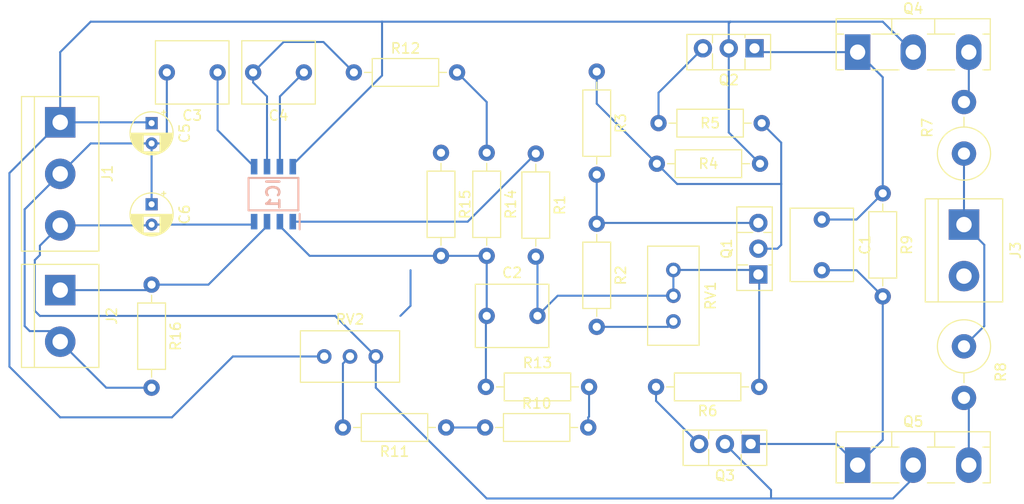
<source format=kicad_pcb>
(kicad_pcb (version 20240108) (generator "pcbnew") (generator_version "8.0")
  (layers (0 "F.Cu" signal) (31 "B.Cu" signal) (34 "B.Paste" user) (35 "F.Paste" user) (36 "B.SilkS" user "B.Silkscreen") (37 "F.SilkS" user "F.Silkscreen") (38 "B.Mask" user) (39 "F.Mask" user) (44 "Edge.Cuts" user))
  (net 0 "")
  (net 1 "Net-(Q3-E)")
  (net 2 "Net-(Q2-E)")
  (net 3 "Net-(Q1-E)")
  (net 4 "/NFB")
  (net 5 "Net-(IC1B-+)")
  (net 6 "GND")
  (net 7 "Net-(C4-Pad1)")
  (net 8 "Net-(IC1B--)")
  (net 9 "+V")
  (net 10 "-V")
  (net 11 "/IN")
  (net 12 "Net-(IC1-Pad1)")
  (net 13 "/OUT")
  (net 14 "Net-(Q1-B)")
  (net 15 "Net-(Q1-C)")
  (net 16 "Net-(Q2-B)")
  (net 17 "Net-(Q3-B)")
  (net 18 "Net-(Q4-E)")
  (net 19 "Net-(Q5-E)")
  (net 20 "Net-(R2-Pad2)")
  (net 21 "Net-(R11-Pad2)")
  (footprint "Potentiometer_THT:Potentiometer_Bourns_3296W_Vertical" (layer "F.Cu") (at 139.385 67.55 -90)
    (property "Reference" "RV1" (at -2.54 -3.66 90) (layer "F.SilkS"))
    (property "Value" "100")
    (pad "1" thru_hole circle (at 0 0 270) (size 1.44 1.44) (drill 0.8) (layers "*.Cu" "*.Mask") (net 20 "Net-(R2-Pad2)"))
    (pad "2" thru_hole circle (at -2.54 0 270) (size 1.44 1.44) (drill 0.8) (layers "*.Cu" "*.Mask") (net 3 "Net-(Q1-E)"))
    (pad "3" thru_hole circle (at -5.08 0 270) (size 1.44 1.44) (drill 0.8) (layers "*.Cu" "*.Mask") (net 3 "Net-(Q1-E)"))
  )
  (footprint "Package_TO_SOT_THT:TO-126-3_Vertical" (layer "F.Cu") (at 147 79.625 180)
    (property "Reference" "Q3" (at 2.54 -3.12 180) (layer "F.SilkS"))
    (property "Value" "BD140")
    (pad "1" thru_hole rect (at 0 0 180) (size 1.8 1.8) (drill 1) (layers "*.Cu" "*.Mask") (net 1 "Net-(Q3-E)"))
    (pad "2" thru_hole oval (at 2.54 0 180) (size 1.8 1.8) (drill 1) (layers "*.Cu" "*.Mask") (net 10 "-V"))
    (pad "3" thru_hole oval (at 5.08 0 180) (size 1.8 1.8) (drill 1) (layers "*.Cu" "*.Mask") (net 17 "Net-(Q3-B)"))
  )
  (footprint "Resistor_THT:R_Axial_DIN0207_L6.3mm_D2.5mm_P10.16mm_Horizontal" (layer "F.Cu") (at 147.835 74 180)
    (property "Reference" "R6" (at 5.08 -2.37 180) (layer "F.SilkS"))
    (property "Value" "120")
    (pad "1" thru_hole circle (at 0 0 180) (size 1.6 1.6) (drill 0.8) (layers "*.Cu" "*.Mask") (net 3 "Net-(Q1-E)"))
    (pad "2" thru_hole oval (at 10.16 0 180) (size 1.6 1.6) (drill 0.8) (layers "*.Cu" "*.Mask") (net 17 "Net-(Q3-B)"))
  )
  (footprint "Resistor_THT:R_Axial_DIN0207_L6.3mm_D2.5mm_P10.16mm_Horizontal" (layer "F.Cu") (at 125.835 51 -90)
    (property "Reference" "R1" (at 5.08 -2.37 90) (layer "F.SilkS"))
    (property "Value" "0")
    (pad "1" thru_hole circle (at 0 0 270) (size 1.6 1.6) (drill 0.8) (layers "*.Cu" "*.Mask") (net 12 "Net-(IC1-Pad1)"))
    (pad "2" thru_hole oval (at 10.16 0 270) (size 1.6 1.6) (drill 0.8) (layers "*.Cu" "*.Mask") (net 3 "Net-(Q1-E)"))
  )
  (footprint "Resistor_THT:R_Axial_DIN0516_L15.5mm_D5.0mm_P5.08mm_Vertical" (layer "F.Cu") (at 168 51 90)
    (property "Reference" "R7" (at 2.54 -3.62 270) (layer "F.SilkS"))
    (property "Value" "0.1 5W")
    (pad "1" thru_hole circle (at 0 0 90) (size 2.4 2.4) (drill 1.2) (layers "*.Cu" "*.Mask") (net 13 "/OUT"))
    (pad "2" thru_hole oval (at 5.08 0 90) (size 2.4 2.4) (drill 1.2) (layers "*.Cu" "*.Mask") (net 18 "Net-(Q4-E)"))
  )
  (footprint "Resistor_THT:R_Axial_DIN0207_L6.3mm_D2.5mm_P10.16mm_Horizontal" (layer "F.Cu") (at 131.835 42.92 -90)
    (property "Reference" "R3" (at 5.08 -2.37 90) (layer "F.SilkS"))
    (property "Value" "470")
    (pad "1" thru_hole circle (at 0 0 270) (size 1.6 1.6) (drill 0.8) (layers "*.Cu" "*.Mask") (net 15 "Net-(Q1-C)"))
    (pad "2" thru_hole oval (at 10.16 0 270) (size 1.6 1.6) (drill 0.8) (layers "*.Cu" "*.Mask") (net 14 "Net-(Q1-B)"))
  )
  (footprint "Resistor_THT:R_Axial_DIN0207_L6.3mm_D2.5mm_P10.16mm_Horizontal" (layer "F.Cu") (at 148.08 48 180)
    (property "Reference" "R5" (at 5.08 0 180) (layer "F.SilkS"))
    (property "Value" "120")
    (pad "1" thru_hole circle (at 0 0 180) (size 1.6 1.6) (drill 0.8) (layers "*.Cu" "*.Mask") (net 15 "Net-(Q1-C)"))
    (pad "2" thru_hole oval (at 10.16 0 180) (size 1.6 1.6) (drill 0.8) (layers "*.Cu" "*.Mask") (net 16 "Net-(Q2-B)"))
  )
  (footprint "Resistor_THT:R_Axial_DIN0516_L15.5mm_D5.0mm_P5.08mm_Vertical" (layer "F.Cu") (at 168 70 -90)
    (property "Reference" "R8" (at 2.54 -3.62 90) (layer "F.SilkS"))
    (property "Value" "0.1 5W")
    (pad "1" thru_hole circle (at 0 0 270) (size 2.4 2.4) (drill 1.2) (layers "*.Cu" "*.Mask") (net 13 "/OUT"))
    (pad "2" thru_hole oval (at 5.08 0 270) (size 2.4 2.4) (drill 1.2) (layers "*.Cu" "*.Mask") (net 19 "Net-(Q5-E)"))
  )
  (footprint "Package_TO_SOT_THT:TO-126-3_Vertical" (layer "F.Cu") (at 147.75 62.915 90)
    (property "Reference" "Q1" (at 2.54 -3.12 270) (layer "F.SilkS"))
    (property "Value" "BD139")
    (pad "1" thru_hole rect (at 0 0 90) (size 1.8 1.8) (drill 1) (layers "*.Cu" "*.Mask") (net 3 "Net-(Q1-E)"))
    (pad "2" thru_hole oval (at 2.54 0 90) (size 1.8 1.8) (drill 1) (layers "*.Cu" "*.Mask") (net 15 "Net-(Q1-C)"))
    (pad "3" thru_hole oval (at 5.08 0 90) (size 1.8 1.8) (drill 1) (layers "*.Cu" "*.Mask") (net 14 "Net-(Q1-B)"))
  )
  (footprint "Resistor_THT:R_Axial_DIN0207_L6.3mm_D2.5mm_P10.16mm_Horizontal" (layer "F.Cu") (at 117 78 180)
    (property "Reference" "R11" (at 5.08 -2.37 180) (layer "F.SilkS"))
    (property "Value" "R")
    (pad "1" thru_hole circle (at 0 0 180) (size 1.6 1.6) (drill 0.8) (layers "*.Cu" "*.Mask") (net 5 "Net-(IC1B-+)"))
    (pad "2" thru_hole oval (at 10.16 0 180) (size 1.6 1.6) (drill 0.8) (layers "*.Cu" "*.Mask") (net 21 "Net-(R11-Pad2)"))
  )
  (footprint "Resistor_THT:R_Axial_DIN0207_L6.3mm_D2.5mm_P10.16mm_Horizontal" (layer "F.Cu") (at 120.84 78)
    (property "Reference" "R10" (at 5.08 -2.37 0) (layer "F.SilkS"))
    (property "Value" "180k")
    (pad "1" thru_hole circle (at 0 0) (size 1.6 1.6) (drill 0.8) (layers "*.Cu" "*.Mask") (net 5 "Net-(IC1B-+)"))
    (pad "2" thru_hole oval (at 10.16 0) (size 1.6 1.6) (drill 0.8) (layers "*.Cu" "*.Mask") (net 13 "/OUT"))
  )
  (footprint "TerminalBlock:TerminalBlock_bornier-2_P5.08mm" (layer "F.Cu") (at 79 64.46 -90)
    (property "Reference" "J2" (at 2.54 -5.08 90) (layer "F.SilkS"))
    (property "Value" "Screw_Terminal_01x02")
    (pad "1" thru_hole rect (at 0 0 270) (size 3 3) (drill 1.52) (layers "*.Cu" "*.Mask") (net 11 "/IN"))
    (pad "2" thru_hole circle (at 5.08 0 270) (size 3 3) (drill 1.52) (layers "*.Cu" "*.Mask") (net 6 "GND"))
  )
  (footprint "Potentiometer_THT:Potentiometer_Bourns_3296W_Vertical" (layer "F.Cu") (at 110.08 71)
    (property "Reference" "RV2" (at -2.54 -3.66 360) (layer "F.SilkS"))
    (property "Value" "R_Potentiometer")
    (pad "1" thru_hole circle (at 0 0) (size 1.44 1.44) (drill 0.8) (layers "*.Cu" "*.Mask") (net 10 "-V"))
    (pad "2" thru_hole circle (at -2.54 0) (size 1.44 1.44) (drill 0.8) (layers "*.Cu" "*.Mask") (net 21 "Net-(R11-Pad2)"))
    (pad "3" thru_hole circle (at -5.08 0) (size 1.44 1.44) (drill 0.8) (layers "*.Cu" "*.Mask") (net 9 "+V"))
  )
  (footprint "Package_TO_SOT_THT:TO-218-3_Vertical" (layer "F.Cu") (at 157.525 81.71)
    (property "Reference" "Q5" (at 5.475 -4.29 0) (layer "F.SilkS"))
    (property "Value" "TIP2955")
    (pad "1" thru_hole rect (at 0 0) (size 2.5 3.5) (drill 1.5) (layers "*.Cu" "*.Mask") (net 1 "Net-(Q3-E)"))
    (pad "2" thru_hole oval (at 5.475 0) (size 2.5 3.5) (drill 1.5) (layers "*.Cu" "*.Mask") (net 10 "-V"))
    (pad "3" thru_hole oval (at 10.95 0) (size 2.5 3.5) (drill 1.5) (layers "*.Cu" "*.Mask") (net 19 "Net-(Q5-E)"))
  )
  (footprint "Resistor_THT:R_Axial_DIN0207_L6.3mm_D2.5mm_P10.16mm_Horizontal" (layer "F.Cu") (at 160 54.92 -90)
    (property "Reference" "R9" (at 5.08 -2.37 90) (layer "F.SilkS"))
    (property "Value" "220")
    (pad "1" thru_hole circle (at 0 0 270) (size 1.6 1.6) (drill 0.8) (layers "*.Cu" "*.Mask") (net 2 "Net-(Q2-E)"))
    (pad "2" thru_hole oval (at 10.16 0 270) (size 1.6 1.6) (drill 0.8) (layers "*.Cu" "*.Mask") (net 1 "Net-(Q3-E)"))
  )
  (footprint "Capacitor_THT:CP_Radial_D4.0mm_P2.00mm" (layer "F.Cu") (at 88 56 -90)
    (property "Reference" "C6" (at 1 -3.25 90) (layer "F.SilkS"))
    (property "Value" "10u")
    (pad "1" thru_hole rect (at 0 0 270) (size 1.2 1.2) (drill 0.6) (layers "*.Cu" "*.Mask") (net 6 "GND"))
    (pad "2" thru_hole circle (at 2 0 270) (size 1.2 1.2) (drill 0.6) (layers "*.Cu" "*.Mask") (net 10 "-V"))
  )
  (footprint "Capacitor_THT:C_Rect_L7.0mm_W6.0mm_P5.00mm" (layer "F.Cu") (at 121 67)
    (property "Reference" "C2" (at 2.5 -4.25 0) (layer "F.SilkS"))
    (property "Value" "10n")
    (pad "1" thru_hole circle (at 0 0) (size 1.6 1.6) (drill 0.8) (layers "*.Cu" "*.Mask") (net 4 "/NFB"))
    (pad "2" thru_hole circle (at 5 0) (size 1.6 1.6) (drill 0.8) (layers "*.Cu" "*.Mask") (net 3 "Net-(Q1-E)"))
  )
  (footprint "Resistor_THT:R_Axial_DIN0207_L6.3mm_D2.5mm_P10.16mm_Horizontal" (layer "F.Cu") (at 88 63.92 -90)
    (property "Reference" "R16" (at 5.08 -2.37 90) (layer "F.SilkS"))
    (property "Value" "1Meg")
    (pad "1" thru_hole circle (at 0 0 270) (size 1.6 1.6) (drill 0.8) (layers "*.Cu" "*.Mask") (net 11 "/IN"))
    (pad "2" thru_hole oval (at 10.16 0 270) (size 1.6 1.6) (drill 0.8) (layers "*.Cu" "*.Mask") (net 6 "GND"))
  )
  (footprint "Resistor_THT:R_Axial_DIN0207_L6.3mm_D2.5mm_P10.16mm_Horizontal" (layer "F.Cu") (at 137.755 52)
    (property "Reference" "R4" (at 5.08 0 0) (layer "F.SilkS"))
    (property "Value" "1k")
    (pad "1" thru_hole circle (at 0 0) (size 1.6 1.6) (drill 0.8) (layers "*.Cu" "*.Mask") (net 15 "Net-(Q1-C)"))
    (pad "2" thru_hole oval (at 10.16 0) (size 1.6 1.6) (drill 0.8) (layers "*.Cu" "*.Mask") (net 9 "+V"))
  )
  (footprint "Capacitor_THT:CP_Radial_D4.0mm_P2.00mm" (layer "F.Cu") (at 88 48 -90)
    (property "Reference" "C5" (at 1 -3.25 90) (layer "F.SilkS"))
    (property "Value" "10u")
    (pad "1" thru_hole rect (at 0 0 270) (size 1.2 1.2) (drill 0.6) (layers "*.Cu" "*.Mask") (net 9 "+V"))
    (pad "2" thru_hole circle (at 2 0 270) (size 1.2 1.2) (drill 0.6) (layers "*.Cu" "*.Mask") (net 6 "GND"))
  )
  (footprint "Resistor_THT:R_Axial_DIN0207_L6.3mm_D2.5mm_P10.16mm_Horizontal" (layer "F.Cu") (at 131.835 57.92 -90)
    (property "Reference" "R2" (at 5.08 -2.37 90) (layer "F.SilkS"))
    (property "Value" "180")
    (pad "1" thru_hole circle (at 0 0 270) (size 1.6 1.6) (drill 0.8) (layers "*.Cu" "*.Mask") (net 14 "Net-(Q1-B)"))
    (pad "2" thru_hole oval (at 10.16 0 270) (size 1.6 1.6) (drill 0.8) (layers "*.Cu" "*.Mask") (net 20 "Net-(R2-Pad2)"))
  )
  (footprint "TerminalBlock:TerminalBlock_bornier-2_P5.08mm" (layer "F.Cu") (at 168 58 -90)
    (property "Reference" "J3" (at 2.54 -5.08 90) (layer "F.SilkS"))
    (property "Value" "Screw_Terminal_01x02")
    (pad "1" thru_hole rect (at 0 0 270) (size 3 3) (drill 1.52) (layers "*.Cu" "*.Mask") (net 13 "/OUT"))
    (pad "2" thru_hole circle (at 5.08 0 270) (size 3 3) (drill 1.52) (layers "*.Cu" "*.Mask") (net 6 "GND"))
  )
  (footprint "Resistor_THT:R_Axial_DIN0207_L6.3mm_D2.5mm_P10.16mm_Horizontal" (layer "F.Cu") (at 107.92 43)
    (property "Reference" "R12" (at 5.08 -2.37 360) (layer "F.SilkS"))
    (property "Value" "180k")
    (pad "1" thru_hole circle (at 0 0) (size 1.6 1.6) (drill 0.8) (layers "*.Cu" "*.Mask") (net 8 "Net-(IC1B--)"))
    (pad "2" thru_hole oval (at 10.16 0) (size 1.6 1.6) (drill 0.8) (layers "*.Cu" "*.Mask") (net 6 "GND"))
  )
  (footprint "Package_TO_SOT_THT:TO-126-3_Vertical" (layer "F.Cu") (at 147.375 40.625 180)
    (property "Reference" "Q2" (at 2.54 -3.12 180) (layer "F.SilkS"))
    (property "Value" "BD139")
    (pad "1" thru_hole rect (at 0 0 180) (size 1.8 1.8) (drill 1) (layers "*.Cu" "*.Mask") (net 2 "Net-(Q2-E)"))
    (pad "2" thru_hole oval (at 2.54 0 180) (size 1.8 1.8) (drill 1) (layers "*.Cu" "*.Mask") (net 9 "+V"))
    (pad "3" thru_hole oval (at 5.08 0 180) (size 1.8 1.8) (drill 1) (layers "*.Cu" "*.Mask") (net 16 "Net-(Q2-B)"))
  )
  (footprint "Resistor_THT:R_Axial_DIN0207_L6.3mm_D2.5mm_P10.16mm_Horizontal" (layer "F.Cu") (at 116.5 50.92 -90)
    (property "Reference" "R15" (at 5.08 -2.37 90) (layer "F.SilkS"))
    (property "Value" "22K")
    (pad "1" thru_hole circle (at 0 0 270) (size 1.6 1.6) (drill 0.8) (layers "*.Cu" "*.Mask") (net 7 "Net-(C4-Pad1)"))
    (pad "2" thru_hole oval (at 10.16 0 270) (size 1.6 1.6) (drill 0.8) (layers "*.Cu" "*.Mask") (net 4 "/NFB"))
  )
  (footprint "Capacitor_THT:C_Rect_L7.0mm_W6.0mm_P5.00mm" (layer "F.Cu") (at 94.5 43 180)
    (property "Reference" "C3" (at 2.5 -4.25 180) (layer "F.SilkS"))
    (property "Value" "1U")
    (pad "1" thru_hole circle (at 0 0 180) (size 1.6 1.6) (drill 0.8) (layers "*.Cu" "*.Mask") (net 5 "Net-(IC1B-+)"))
    (pad "2" thru_hole circle (at 5 0 180) (size 1.6 1.6) (drill 0.8) (layers "*.Cu" "*.Mask") (net 6 "GND"))
  )
  (footprint "Resistor_THT:R_Axial_DIN0207_L6.3mm_D2.5mm_P10.16mm_Horizontal" (layer "F.Cu") (at 121 50.92 -90)
    (property "Reference" "R14" (at 5.08 -2.37 90) (layer "F.SilkS"))
    (property "Value" "220")
    (pad "1" thru_hole circle (at 0 0 270) (size 1.6 1.6) (drill 0.8) (layers "*.Cu" "*.Mask") (net 6 "GND"))
    (pad "2" thru_hole oval (at 10.16 0 270) (size 1.6 1.6) (drill 0.8) (layers "*.Cu" "*.Mask") (net 4 "/NFB"))
  )
  (footprint "TerminalBlock:TerminalBlock_bornier-3_P5.08mm" (layer "F.Cu") (at 79 47.92 -90)
    (property "Reference" "J1" (at 5.05 -4.65 90) (layer "F.SilkS"))
    (property "Value" "Screw_Terminal_01x03")
    (pad "1" thru_hole rect (at 0 0 270) (size 3 3) (drill 1.52) (layers "*.Cu" "*.Mask") (net 9 "+V"))
    (pad "2" thru_hole circle (at 5.08 0 270) (size 3 3) (drill 1.52) (layers "*.Cu" "*.Mask") (net 6 "GND"))
    (pad "3" thru_hole circle (at 10.16 0 270) (size 3 3) (drill 1.52) (layers "*.Cu" "*.Mask") (net 10 "-V"))
  )
  (footprint "Capacitor_THT:C_Rect_L7.0mm_W6.0mm_P5.00mm" (layer "F.Cu") (at 103 43 180)
    (property "Reference" "C4" (at 2.5 -4.25 180) (layer "F.SilkS"))
    (property "Value" "1U")
    (pad "1" thru_hole circle (at 0 0 180) (size 1.6 1.6) (drill 0.8) (layers "*.Cu" "*.Mask") (net 7 "Net-(C4-Pad1)"))
    (pad "2" thru_hole circle (at 5 0 180) (size 1.6 1.6) (drill 0.8) (layers "*.Cu" "*.Mask") (net 8 "Net-(IC1B--)"))
  )
  (footprint "Resistor_THT:R_Axial_DIN0207_L6.3mm_D2.5mm_P10.16mm_Horizontal" (layer "F.Cu") (at 120.92 74)
    (property "Reference" "R13" (at 5.08 -2.37 0) (layer "F.SilkS"))
    (property "Value" "220")
    (pad "1" thru_hole circle (at 0 0) (size 1.6 1.6) (drill 0.8) (layers "*.Cu" "*.Mask") (net 4 "/NFB"))
    (pad "2" thru_hole oval (at 10.16 0) (size 1.6 1.6) (drill 0.8) (layers "*.Cu" "*.Mask") (net 13 "/OUT"))
  )
  (footprint "Package_TO_SOT_THT:TO-218-3_Vertical" (layer "F.Cu") (at 157.525 41)
    (property "Reference" "Q4" (at 5.475 -4.29 360) (layer "F.SilkS"))
    (property "Value" "TIP3055")
    (pad "1" thru_hole rect (at 0 0) (size 2.5 3.5) (drill 1.5) (layers "*.Cu" "*.Mask") (net 2 "Net-(Q2-E)"))
    (pad "2" thru_hole oval (at 5.475 0) (size 2.5 3.5) (drill 1.5) (layers "*.Cu" "*.Mask") (net 9 "+V"))
    (pad "3" thru_hole oval (at 10.95 0) (size 2.5 3.5) (drill 1.5) (layers "*.Cu" "*.Mask") (net 18 "Net-(Q4-E)"))
  )
  (footprint "Capacitor_THT:C_Rect_L7.0mm_W6.0mm_P5.00mm" (layer "F.Cu") (at 154 57.5 -90)
    (property "Reference" "C1" (at 2.5 -4.25 90) (layer "F.SilkS"))
    (property "Value" "1U")
    (pad "1" thru_hole circle (at 0 0 270) (size 1.6 1.6) (drill 0.8) (layers "*.Cu" "*.Mask") (net 2 "Net-(Q2-E)"))
    (pad "2" thru_hole circle (at 5 0 270) (size 1.6 1.6) (drill 0.8) (layers "*.Cu" "*.Mask") (net 1 "Net-(Q3-E)"))
  )
  (footprint "SamacSys_Parts:SOIC127P600X175-8N" (layer "B.Cu") (at 100 55 90)
    (property "Reference" "IC1" (at 0 0 270) (layer "B.SilkS") (effects (font (size 1.27 1.27) (thickness 0.254)) (justify mirror)))
    (property "Value" "OPA1692IDR" (hide yes))
    (pad "1" smd rect (at -2.711 1.905) (size 0.65 1.528) (layers "B.Cu" "B.Paste" "B.Mask") (net 12 "Net-(IC1-Pad1)"))
    (pad "2" smd rect (at -2.711 0.635) (size 0.65 1.528) (layers "B.Cu" "B.Paste" "B.Mask") (net 4 "/NFB"))
    (pad "3" smd rect (at -2.711 -0.635) (size 0.65 1.528) (layers "B.Cu" "B.Paste" "B.Mask") (net 11 "/IN"))
    (pad "4" smd rect (at -2.711 -1.905) (size 0.65 1.528) (layers "B.Cu" "B.Paste" "B.Mask") (net 10 "-V"))
    (pad "5" smd rect (at 2.711 -1.905) (size 0.65 1.528) (layers "B.Cu" "B.Paste" "B.Mask") (net 5 "Net-(IC1B-+)"))
    (pad "6" smd rect (at 2.711 -0.635) (size 0.65 1.528) (layers "B.Cu" "B.Paste" "B.Mask") (net 8 "Net-(IC1B--)"))
    (pad "7" smd rect (at 2.711 0.635) (size 0.65 1.528) (layers "B.Cu" "B.Paste" "B.Mask") (net 7 "Net-(C4-Pad1)"))
    (pad "8" smd rect (at 2.711 1.905) (size 0.65 1.528) (layers "B.Cu" "B.Paste" "B.Mask") (net 9 "+V"))
  )
  (segment (start 113.5 62.5) (end 113.5 66) (width 0.2) (layer "B.Cu") (net 0))
  (segment (start 113.5 66) (end 112.5 67) (width 0.2) (layer "B.Cu") (net 0))
  (segment (start 154 62.5) (end 157.42 62.5) (width 0.2) (layer "B.Cu") (net 1))
  (segment (start 147 79.625) (end 155.44 79.625) (width 0.2) (layer "B.Cu") (net 1))
  (segment (start 157.42 62.5) (end 160 65.08) (width 0.2) (layer "B.Cu") (net 1))
  (segment (start 160 79.235) (end 157.525 81.71) (width 0.2) (layer "B.Cu") (net 1))
  (segment (start 155.44 79.625) (end 157.525 81.71) (width 0.2) (layer "B.Cu") (net 1))
  (segment (start 160 65.08) (end 160 79.235) (width 0.2) (layer "B.Cu") (net 1))
  (segment (start 157.42 57.5) (end 160 54.92) (width 0.2) (layer "B.Cu") (net 2))
  (segment (start 147.75 41) (end 147.375 40.625) (width 0.2) (layer "B.Cu") (net 2))
  (segment (start 157.525 41) (end 147.75 41) (width 0.2) (layer "B.Cu") (net 2))
  (segment (start 154 57.5) (end 157.42 57.5) (width 0.2) (layer "B.Cu") (net 2))
  (segment (start 160 43.475) (end 157.525 41) (width 0.2) (layer "B.Cu") (net 2))
  (segment (start 160 54.92) (end 160 43.475) (width 0.2) (layer "B.Cu") (net 2))
  (segment (start 147.835 63) (end 147.75 62.915) (width 0.2) (layer "B.Cu") (net 3))
  (segment (start 147.835 74) (end 147.835 63) (width 0.2) (layer "B.Cu") (net 3))
  (segment (start 139.385 65.01) (end 139.385 62.47) (width 0.2) (layer "B.Cu") (net 3))
  (segment (start 139.385 62.47) (end 147.305 62.47) (width 0.2) (layer "B.Cu") (net 3))
  (segment (start 139.385 65.01) (end 127.99 65.01) (width 0.2) (layer "B.Cu") (net 3))
  (segment (start 126 67) (end 126 61.325) (width 0.2) (layer "B.Cu") (net 3))
  (segment (start 127.99 65.01) (end 126 67) (width 0.2) (layer "B.Cu") (net 3))
  (segment (start 147.305 62.47) (end 147.75 62.915) (width 0.2) (layer "B.Cu") (net 3))
  (segment (start 126 61.325) (end 125.835 61.16) (width 0.2) (layer "B.Cu") (net 3))
  (segment (start 121 61.08) (end 121 67) (width 0.2) (layer "B.Cu") (net 4))
  (segment (start 120.92 67.08) (end 121 67) (width 0.2) (layer "B.Cu") (net 4))
  (segment (start 100.635 58.15) (end 100.635 57.711) (width 0.2) (layer "B.Cu") (net 4))
  (segment (start 121 61.08) (end 103.565 61.08) (width 0.2) (layer "B.Cu") (net 4))
  (segment (start 120.92 74) (end 120.92 67.08) (width 0.2) (layer "B.Cu") (net 4))
  (segment (start 103.565 61.08) (end 100.635 58.15) (width 0.2) (layer "B.Cu") (net 4))
  (segment (start 94.5 48.694) (end 98.095 52.289) (width 0.2) (layer "B.Cu") (net 5))
  (segment (start 117 78) (end 120.84 78) (width 0.2) (layer "B.Cu") (net 5))
  (segment (start 94.5 43) (end 94.5 48.694) (width 0.2) (layer "B.Cu") (net 5))
  (segment (start 82 50) (end 88 50) (width 0.2) (layer "B.Cu") (net 6))
  (segment (start 75.5 68) (end 75.5 56.5) (width 0.2) (layer "B.Cu") (net 6))
  (segment (start 121 50.92) (end 121 45.92) (width 0.2) (layer "B.Cu") (net 6))
  (segment (start 75.5 56.5) (end 79 53) (width 0.2) (layer "B.Cu") (net 6))
  (segment (start 88 50) (end 88 56) (width 0.2) (layer "B.Cu") (net 6))
  (segment (start 88 50) (end 89.5 50) (width 0.2) (layer "B.Cu") (net 6))
  (segment (start 79 53) (end 82 50) (width 0.2) (layer "B.Cu") (net 6))
  (segment (start 79 69.54) (end 83.54 74.08) (width 0.2) (layer "B.Cu") (net 6))
  (segment (start 83.54 74.08) (end 88 74.08) (width 0.2) (layer "B.Cu") (net 6))
  (segment (start 77.96 68.5) (end 76 68.5) (width 0.2) (layer "B.Cu") (net 6))
  (segment (start 89.5 43) (end 89.5 50) (width 0.2) (layer "B.Cu") (net 6))
  (segment (start 76 68.5) (end 75.5 68) (width 0.2) (layer "B.Cu") (net 6))
  (segment (start 121 45.92) (end 118.08 43) (width 0.2) (layer "B.Cu") (net 6))
  (segment (start 79 69.54) (end 77.96 68.5) (width 0.2) (layer "B.Cu") (net 6))
  (segment (start 103 43) (end 100.635 45.365) (width 0.2) (layer "B.Cu") (net 7))
  (segment (start 100.635 45.365) (end 100.635 52.289) (width 0.2) (layer "B.Cu") (net 7))
  (segment (start 98 43) (end 98 44) (width 0.2) (layer "B.Cu") (net 8))
  (segment (start 107.92 43) (end 104.92 40) (width 0.2) (layer "B.Cu") (net 8))
  (segment (start 101 40) (end 98 43) (width 0.2) (layer "B.Cu") (net 8))
  (segment (start 104.92 40) (end 101 40) (width 0.2) (layer "B.Cu") (net 8))
  (segment (start 98 44) (end 99.365 45.365) (width 0.2) (layer "B.Cu") (net 8))
  (segment (start 99.365 45.365) (end 99.365 52.289) (width 0.2) (layer "B.Cu") (net 8))
  (segment (start 160 38) (end 163 41) (width 0.2) (layer "B.Cu") (net 9))
  (segment (start 96 71) (end 90 77) (width 0.2) (layer "B.Cu") (net 9))
  (segment (start 90 77) (end 79 77) (width 0.2) (layer "B.Cu") (net 9))
  (segment (start 144.835 38.165) (end 145 38) (width 0.2) (layer "B.Cu") (net 9))
  (segment (start 79 47.92) (end 87.92 47.92) (width 0.2) (layer "B.Cu") (net 9))
  (segment (start 79 41) (end 82 38) (width 0.2) (layer "B.Cu") (net 9))
  (segment (start 145 38) (end 110.695 38) (width 0.2) (layer "B.Cu") (net 9))
  (segment (start 82 38) (end 110.695 38) (width 0.2) (layer "B.Cu") (net 9))
  (segment (start 101.905 52.095) (end 101.905 52.289) (width 0.2) (layer "B.Cu") (net 9))
  (segment (start 79 77) (end 74 72) (width 0.2) (layer "B.Cu") (net 9))
  (segment (start 79 47.92) (end 79 41) (width 0.2) (layer "B.Cu") (net 9))
  (segment (start 74 52.92) (end 79 47.92) (width 0.2) (layer "B.Cu") (net 9))
  (segment (start 96 71) (end 105 71) (width 0.2) (layer "B.Cu") (net 9))
  (segment (start 145 38) (end 160 38) (width 0.2) (layer "B.Cu") (net 9))
  (segment (start 87.92 47.92) (end 88 48) (width 0.2) (layer "B.Cu") (net 9))
  (segment (start 144.835 40.625) (end 144.835 48.92) (width 0.2) (layer "B.Cu") (net 9))
  (segment (start 144.835 40.625) (end 144.835 38.165) (width 0.2) (layer "B.Cu") (net 9))
  (segment (start 144.835 48.92) (end 147.915 52) (width 0.2) (layer "B.Cu") (net 9))
  (segment (start 74 72) (end 74 52.92) (width 0.2) (layer "B.Cu") (net 9))
  (segment (start 110.695 43.305) (end 101.905 52.095) (width 0.2) (layer "B.Cu") (net 9))
  (segment (start 110.695 38) (end 110.695 43.305) (width 0.2) (layer "B.Cu") (net 9))
  (segment (start 77 61) (end 77 60.08) (width 0.2) (layer "B.Cu") (net 10))
  (segment (start 163 83) (end 161 85) (width 0.2) (layer "B.Cu") (net 10))
  (segment (start 97.806 58) (end 98.095 57.711) (width 0.2) (layer "B.Cu") (net 10))
  (segment (start 149 85) (end 121 85) (width 0.2) (layer "B.Cu") (net 10))
  (segment (start 163 81.71) (end 163 83) (width 0.2) (layer "B.Cu") (net 10))
  (segment (start 77 67) (end 76.5 66.5) (width 0.2) (layer "B.Cu") (net 10))
  (segment (start 76.5 61.5) (end 77 61) (width 0.2) (layer "B.Cu") (net 10))
  (segment (start 149 85) (end 149 84.165) (width 0.2) (layer "B.Cu") (net 10))
  (segment (start 149 84.165) (end 144.46 79.625) (width 0.2) (layer "B.Cu") (net 10))
  (segment (start 121 85) (end 110.08 74.08) (width 0.2) (layer "B.Cu") (net 10))
  (segment (start 88 58) (end 97.806 58) (width 0.2) (layer "B.Cu") (net 10))
  (segment (start 79 58.08) (end 87.92 58.08) (width 0.2) (layer "B.Cu") (net 10))
  (segment (start 77 60.08) (end 79 58.08) (width 0.2) (layer "B.Cu") (net 10))
  (segment (start 110.08 74.08) (end 110.08 71) (width 0.2) (layer "B.Cu") (net 10))
  (segment (start 106.08 67) (end 77 67) (width 0.2) (layer "B.Cu") (net 10))
  (segment (start 110.08 71) (end 106.08 67) (width 0.2) (layer "B.Cu") (net 10))
  (segment (start 161 85) (end 149 85) (width 0.2) (layer "B.Cu") (net 10))
  (segment (start 87.92 58.08) (end 88 58) (width 0.2) (layer "B.Cu") (net 10))
  (segment (start 76.5 66.5) (end 76.5 61.5) (width 0.2) (layer "B.Cu") (net 10))
  (segment (start 99.365 58.15) (end 99.365 57.711) (width 0.2) (layer "B.Cu") (net 11))
  (segment (start 79 64.46) (end 87.46 64.46) (width 0.2) (layer "B.Cu") (net 11))
  (segment (start 87.46 64.46) (end 88 63.92) (width 0.2) (layer "B.Cu") (net 11))
  (segment (start 88 63.92) (end 93.595 63.92) (width 0.2) (layer "B.Cu") (net 11))
  (segment (start 93.595 63.92) (end 99.365 58.15) (width 0.2) (layer "B.Cu") (net 11))
  (segment (start 119.124 57.711) (end 125.835 51) (width 0.2) (layer "B.Cu") (net 12))
  (segment (start 101.905 57.711) (end 119.124 57.711) (width 0.2) (layer "B.Cu") (net 12))
  (segment (start 170 68) (end 170 60) (width 0.2) (layer "B.Cu") (net 13))
  (segment (start 168 58) (end 168 51) (width 0.2) (layer "B.Cu") (net 13))
  (segment (start 170 60) (end 168 58) (width 0.2) (layer "B.Cu") (net 13))
  (segment (start 131 77) (end 131.08 76.92) (width 0.2) (layer "B.Cu") (net 13))
  (segment (start 168 70) (end 170 68) (width 0.2) (layer "B.Cu") (net 13))
  (segment (start 131 78) (end 131 77) (width 0.2) (layer "B.Cu") (net 13))
  (segment (start 131.08 76.92) (end 131.08 74) (width 0.2) (layer "B.Cu") (net 13))
  (segment (start 147.75 57.835) (end 131.92 57.835) (width 0.2) (layer "B.Cu") (net 14))
  (segment (start 131.92 57.835) (end 131.835 57.92) (width 0.2) (layer "B.Cu") (net 14))
  (segment (start 131.835 57.92) (end 131.835 53.08) (width 0.2) (layer "B.Cu") (net 14))
  (segment (start 148.08 48) (end 150 49.92) (width 0.2) (layer "B.Cu") (net 15))
  (segment (start 150 60) (end 149.625 60.375) (width 0.2) (layer "B.Cu") (net 15))
  (segment (start 131.835 42.92) (end 131.835 46.08) (width 0.2) (layer "B.Cu") (net 15))
  (segment (start 139.755 54) (end 150 54) (width 0.2) (layer "B.Cu") (net 15))
  (segment (start 150 54) (end 150 60) (width 0.2) (layer "B.Cu") (net 15))
  (segment (start 150 49.92) (end 150 54) (width 0.2) (layer "B.Cu") (net 15))
  (segment (start 149.625 60.375) (end 147.75 60.375) (width 0.2) (layer "B.Cu") (net 15))
  (segment (start 137.755 52) (end 139.755 54) (width 0.2) (layer "B.Cu") (net 15))
  (segment (start 131.835 46.08) (end 137.755 52) (width 0.2) (layer "B.Cu") (net 15))
  (segment (start 137.92 48) (end 137.92 45) (width 0.2) (layer "B.Cu") (net 16))
  (segment (start 137.92 45) (end 142.295 40.625) (width 0.2) (layer "B.Cu") (net 16))
  (segment (start 137.675 74) (end 137.675 75.38) (width 0.2) (layer "B.Cu") (net 17))
  (segment (start 137.675 75.38) (end 141.92 79.625) (width 0.2) (layer "B.Cu") (net 17))
  (segment (start 168.475 45.445) (end 168 45.92) (width 0.2) (layer "B.Cu") (net 18))
  (segment (start 168.475 41) (end 168.475 45.445) (width 0.2) (layer "B.Cu") (net 18))
  (segment (start 168.475 81.71) (end 168.475 75.555) (width 0.2) (layer "B.Cu") (net 19))
  (segment (start 168.475 75.555) (end 168 75.08) (width 0.2) (layer "B.Cu") (net 19))
  (segment (start 138.855 68.08) (end 139.385 67.55) (width 0.2) (layer "B.Cu") (net 20))
  (segment (start 131.835 68.08) (end 138.855 68.08) (width 0.2) (layer "B.Cu") (net 20))
  (segment (start 106.84 78) (end 106.84 71.7) (width 0.2) (layer "B.Cu") (net 21))
  (segment (start 106.84 71.7) (end 107.54 71) (width 0.2) (layer "B.Cu") (net 21))
)
</source>
